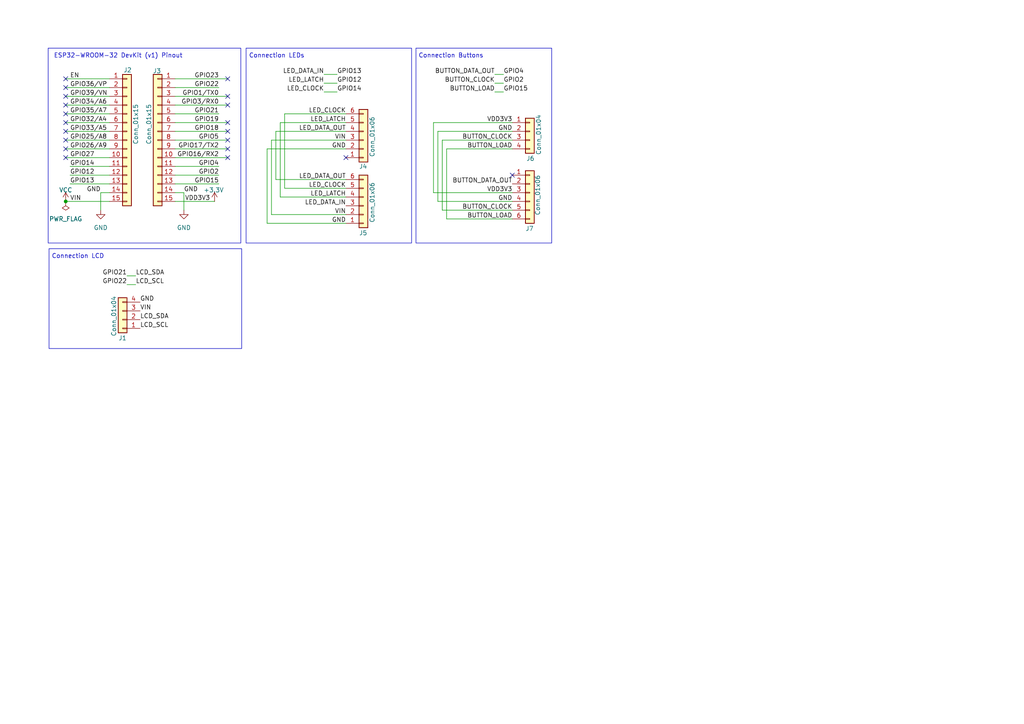
<source format=kicad_sch>
(kicad_sch (version 20231120) (generator "eeschema") (generator_version "8.0")
  (paper "A4")
  (lib_symbols
    (symbol "Connector_Generic:Conn_01x04" (pin_names (offset 1.016) hide)
      (property "Reference" "J" (at 0 5.08 0))
      (property "Value" "Conn_01x04" (at 0 -7.62 0))
      (symbol "Conn_01x04_1_1"
        (rectangle (start -1.27 -4.953) (end 0 -5.207) (stroke (width 0.1524)))
        (rectangle (start -1.27 -2.413) (end 0 -2.667) (stroke (width 0.1524)))
        (rectangle (start -1.27 0.127) (end 0 -0.127) (stroke (width 0.1524)))
        (rectangle (start -1.27 2.667) (end 0 2.413) (stroke (width 0.1524)))
        (rectangle (start -1.27 3.81) (end 1.27 -6.35) (stroke (width 0.254)) (fill (type background)))
        (pin passive line (at -5.08 2.54 0) (length 3.81) (name "Pin_1") (number "1"))
        (pin passive line (at -5.08 0 0) (length 3.81) (name "Pin_2") (number "2"))
        (pin passive line (at -5.08 -2.54 0) (length 3.81) (name "Pin_3") (number "3"))
        (pin passive line (at -5.08 -5.08 0) (length 3.81) (name "Pin_4") (number "4"))
      )
    )
    (symbol "Connector_Generic:Conn_01x06" (pin_names (offset 1.016) hide)
      (property "Reference" "J" (at 0 7.62 0))
      (property "Value" "Conn_01x06" (at 0 -10.16 0))
      (symbol "Conn_01x06_1_1"
        (rectangle (start -1.27 -7.493) (end 0 -7.747) (stroke (width 0.1524)))
        (rectangle (start -1.27 -4.953) (end 0 -5.207) (stroke (width 0.1524)))
        (rectangle (start -1.27 -2.413) (end 0 -2.667) (stroke (width 0.1524)))
        (rectangle (start -1.27 0.127) (end 0 -0.127) (stroke (width 0.1524)))
        (rectangle (start -1.27 2.667) (end 0 2.413) (stroke (width 0.1524)))
        (rectangle (start -1.27 5.207) (end 0 4.953) (stroke (width 0.1524)))
        (rectangle (start -1.27 6.35) (end 1.27 -8.89) (stroke (width 0.254)) (fill (type background)))
        (pin passive line (at -5.08 5.08 0) (length 3.81) (name "Pin_1") (number "1"))
        (pin passive line (at -5.08 2.54 0) (length 3.81) (name "Pin_2") (number "2"))
        (pin passive line (at -5.08 0 0) (length 3.81) (name "Pin_3") (number "3"))
        (pin passive line (at -5.08 -2.54 0) (length 3.81) (name "Pin_4") (number "4"))
        (pin passive line (at -5.08 -5.08 0) (length 3.81) (name "Pin_5") (number "5"))
        (pin passive line (at -5.08 -7.62 0) (length 3.81) (name "Pin_6") (number "6"))
      )
    )
    (symbol "Connector_Generic:Conn_01x15" (pin_names (offset 1.016) hide)
      (property "Reference" "J" (at 0 20.32 0))
      (property "Value" "Conn_01x15" (at 0 -20.32 0))
      (symbol "Conn_01x15_1_1"
        (rectangle (start -1.27 -17.653) (end 0 -17.907) (stroke (width 0.1524)))
        (rectangle (start -1.27 -15.113) (end 0 -15.367) (stroke (width 0.1524)))
        (rectangle (start -1.27 -12.573) (end 0 -12.827) (stroke (width 0.1524)))
        (rectangle (start -1.27 -10.033) (end 0 -10.287) (stroke (width 0.1524)))
        (rectangle (start -1.27 -7.493) (end 0 -7.747) (stroke (width 0.1524)))
        (rectangle (start -1.27 -4.953) (end 0 -5.207) (stroke (width 0.1524)))
        (rectangle (start -1.27 -2.413) (end 0 -2.667) (stroke (width 0.1524)))
        (rectangle (start -1.27 0.127) (end 0 -0.127) (stroke (width 0.1524)))
        (rectangle (start -1.27 2.667) (end 0 2.413) (stroke (width 0.1524)))
        (rectangle (start -1.27 5.207) (end 0 4.953) (stroke (width 0.1524)))
        (rectangle (start -1.27 7.747) (end 0 7.493) (stroke (width 0.1524)))
        (rectangle (start -1.27 10.287) (end 0 10.033) (stroke (width 0.1524)))
        (rectangle (start -1.27 12.827) (end 0 12.573) (stroke (width 0.1524)))
        (rectangle (start -1.27 15.367) (end 0 15.113) (stroke (width 0.1524)))
        (rectangle (start -1.27 17.907) (end 0 17.653) (stroke (width 0.1524)))
        (rectangle (start -1.27 19.05) (end 1.27 -19.05) (stroke (width 0.254)) (fill (type background)))
        (pin passive line (at -5.08 17.78 0) (length 3.81) (name "Pin_1") (number "1"))
        (pin passive line (at -5.08 -5.08 0) (length 3.81) (name "Pin_10") (number "10"))
        (pin passive line (at -5.08 -7.62 0) (length 3.81) (name "Pin_11") (number "11"))
        (pin passive line (at -5.08 -10.16 0) (length 3.81) (name "Pin_12") (number "12"))
        (pin passive line (at -5.08 -12.7 0) (length 3.81) (name "Pin_13") (number "13"))
        (pin passive line (at -5.08 -15.24 0) (length 3.81) (name "Pin_14") (number "14"))
        (pin passive line (at -5.08 -17.78 0) (length 3.81) (name "Pin_15") (number "15"))
        (pin passive line (at -5.08 15.24 0) (length 3.81) (name "Pin_2") (number "2"))
        (pin passive line (at -5.08 12.7 0) (length 3.81) (name "Pin_3") (number "3"))
        (pin passive line (at -5.08 10.16 0) (length 3.81) (name "Pin_4") (number "4"))
        (pin passive line (at -5.08 7.62 0) (length 3.81) (name "Pin_5") (number "5"))
        (pin passive line (at -5.08 5.08 0) (length 3.81) (name "Pin_6") (number "6"))
        (pin passive line (at -5.08 2.54 0) (length 3.81) (name "Pin_7") (number "7"))
        (pin passive line (at -5.08 0 0) (length 3.81) (name "Pin_8") (number "8"))
        (pin passive line (at -5.08 -2.54 0) (length 3.81) (name "Pin_9") (number "9"))
      )
    )
    (symbol "power:+3.3V" (power) (pin_numbers hide) (pin_names (offset 0) hide)
      (property "Value" "+3.3V" (at 0 3.556 0))
      (symbol "+3.3V_0_1"
        (polyline (pts (xy -0.762 1.27) (xy 0 2.54)))
        (polyline (pts (xy 0 0) (xy 0 2.54)))
        (polyline (pts (xy 0 2.54) (xy 0.762 1.27)))
      )
      (symbol "+3.3V_1_1"
        (pin power_in line (at 0 0 90) (length 0) (name "~") (number "1"))
      )
    )
    (symbol "power:GND" (power) (pin_names (offset 0))
      (property "Value" "GND" (at 0 -3.81 0))
      (symbol "GND_0_1"
        (polyline (pts (xy 0 0) (xy 0 -1.27) (xy 1.27 -1.27) (xy 0 -2.54) (xy -1.27 -1.27) (xy 0 -1.27)))
      )
      (symbol "GND_1_1"
        (pin power_in line (at 0 0 270) (length 0) hide (name "GND") (number "1"))
      )
    )
    (symbol "power:PWR_FLAG" (power) (pin_numbers hide) (pin_names (offset 0) hide)
      (property "Value" "PWR_FLAG" (at 0 3.81 0))
      (symbol "PWR_FLAG_0_0"
        (pin power_out line (at 0 0 90) (length 0) (name "~") (number "1"))
      )
      (symbol "PWR_FLAG_0_1"
        (polyline (pts (xy 0 0) (xy 0 1.27) (xy -1.016 1.905) (xy 0 2.54) (xy 1.016 1.905) (xy 0 1.27)))
      )
    )
    (symbol "power:VCC" (power) (pin_numbers hide) (pin_names (offset 0) hide)
      (property "Value" "VCC" (at 0 3.556 0))
      (symbol "VCC_0_1"
        (polyline (pts (xy -0.762 1.27) (xy 0 2.54)))
        (polyline (pts (xy 0 0) (xy 0 2.54)))
        (polyline (pts (xy 0 2.54) (xy 0.762 1.27)))
      )
      (symbol "VCC_1_1"
        (pin power_in line (at 0 0 90) (length 0) (name "~") (number "1"))
      )
    )
  )
  (junction (at 19.05 58.42))
  (no_connect (at 19.05 22.86))
  (no_connect (at 148.59 50.8))
  (no_connect (at 66.04 35.56))
  (no_connect (at 66.04 27.94))
  (no_connect (at 19.05 30.48))
  (no_connect (at 19.05 33.02))
  (no_connect (at 66.04 30.48))
  (no_connect (at 19.05 43.18))
  (no_connect (at 19.05 27.94))
  (no_connect (at 66.04 43.18))
  (no_connect (at 100.33 45.72))
  (no_connect (at 66.04 45.72))
  (no_connect (at 19.05 25.4))
  (no_connect (at 19.05 38.1))
  (no_connect (at 19.05 45.72))
  (no_connect (at 19.05 40.64))
  (no_connect (at 66.04 22.86))
  (no_connect (at 66.04 40.64))
  (no_connect (at 19.05 35.56))
  (no_connect (at 66.04 38.1))
  (wire (pts (xy 80.01 38.1) (xy 100.33 38.1)))
  (wire (pts (xy 148.59 38.1) (xy 127 38.1)))
  (wire (pts (xy 143.51 24.13) (xy 146.05 24.13)))
  (wire (pts (xy 77.47 64.77) (xy 100.33 64.77)))
  (wire (pts (xy 77.47 64.77) (xy 77.47 43.18)))
  (wire (pts (xy 148.59 55.88) (xy 125.73 55.88)))
  (wire (pts (xy 125.73 55.88) (xy 125.73 35.56)))
  (wire (pts (xy 129.54 43.18) (xy 129.54 63.5)))
  (wire (pts (xy 82.55 54.61) (xy 100.33 54.61)))
  (wire (pts (xy 20.32 50.8) (xy 31.75 50.8)))
  (wire (pts (xy 143.51 21.59) (xy 146.05 21.59)))
  (wire (pts (xy 77.47 43.18) (xy 100.33 43.18)))
  (wire (pts (xy 50.8 48.26) (xy 63.5 48.26)))
  (wire (pts (xy 19.05 43.18) (xy 31.75 43.18)))
  (wire (pts (xy 19.05 40.64) (xy 31.75 40.64)))
  (wire (pts (xy 36.83 80.01) (xy 39.37 80.01)))
  (wire (pts (xy 19.05 25.4) (xy 31.75 25.4)))
  (wire (pts (xy 19.05 38.1) (xy 31.75 38.1)))
  (wire (pts (xy 50.8 58.42) (xy 62.23 58.42)))
  (wire (pts (xy 78.74 40.64) (xy 78.74 62.23)))
  (wire (pts (xy 80.01 52.07) (xy 80.01 38.1)))
  (wire (pts (xy 19.05 30.48) (xy 31.75 30.48)))
  (wire (pts (xy 29.21 55.88) (xy 31.75 55.88)))
  (wire (pts (xy 50.8 25.4) (xy 63.5 25.4)))
  (wire (pts (xy 81.28 57.15) (xy 81.28 35.56)))
  (wire (pts (xy 148.59 40.64) (xy 128.27 40.64)))
  (wire (pts (xy 19.05 58.42) (xy 31.75 58.42)))
  (wire (pts (xy 50.8 22.86) (xy 66.04 22.86)))
  (wire (pts (xy 50.8 40.64) (xy 66.04 40.64)))
  (wire (pts (xy 19.05 35.56) (xy 31.75 35.56)))
  (wire (pts (xy 93.98 24.13) (xy 97.79 24.13)))
  (wire (pts (xy 125.73 35.56) (xy 148.59 35.56)))
  (wire (pts (xy 19.05 45.72) (xy 31.75 45.72)))
  (wire (pts (xy 78.74 40.64) (xy 100.33 40.64)))
  (wire (pts (xy 53.34 60.96) (xy 53.34 55.88)))
  (wire (pts (xy 128.27 60.96) (xy 148.59 60.96)))
  (wire (pts (xy 93.98 21.59) (xy 97.79 21.59)))
  (wire (pts (xy 82.55 33.02) (xy 100.33 33.02)))
  (wire (pts (xy 19.05 27.94) (xy 31.75 27.94)))
  (wire (pts (xy 81.28 35.56) (xy 100.33 35.56)))
  (wire (pts (xy 50.8 33.02) (xy 63.5 33.02)))
  (wire (pts (xy 50.8 50.8) (xy 63.5 50.8)))
  (wire (pts (xy 50.8 43.18) (xy 66.04 43.18)))
  (wire (pts (xy 50.8 53.34) (xy 63.5 53.34)))
  (wire (pts (xy 143.51 26.67) (xy 146.05 26.67)))
  (wire (pts (xy 50.8 45.72) (xy 66.04 45.72)))
  (wire (pts (xy 19.05 22.86) (xy 31.75 22.86)))
  (wire (pts (xy 128.27 40.64) (xy 128.27 60.96)))
  (wire (pts (xy 129.54 63.5) (xy 148.59 63.5)))
  (wire (pts (xy 81.28 57.15) (xy 100.33 57.15)))
  (wire (pts (xy 148.59 43.18) (xy 129.54 43.18)))
  (wire (pts (xy 50.8 38.1) (xy 66.04 38.1)))
  (wire (pts (xy 80.01 52.07) (xy 100.33 52.07)))
  (wire (pts (xy 50.8 27.94) (xy 66.04 27.94)))
  (wire (pts (xy 82.55 33.02) (xy 82.55 54.61)))
  (wire (pts (xy 20.32 53.34) (xy 31.75 53.34)))
  (wire (pts (xy 50.8 30.48) (xy 66.04 30.48)))
  (wire (pts (xy 50.8 35.56) (xy 66.04 35.56)))
  (wire (pts (xy 127 38.1) (xy 127 58.42)))
  (wire (pts (xy 36.83 82.55) (xy 39.37 82.55)))
  (wire (pts (xy 50.8 55.88) (xy 53.34 55.88)))
  (wire (pts (xy 29.21 55.88) (xy 29.21 60.96)))
  (wire (pts (xy 93.98 26.67) (xy 97.79 26.67)))
  (wire (pts (xy 78.74 62.23) (xy 100.33 62.23)))
  (wire (pts (xy 127 58.42) (xy 148.59 58.42)))
  (wire (pts (xy 19.05 33.02) (xy 31.75 33.02)))
  (wire (pts (xy 20.32 48.26) (xy 31.75 48.26)))
  (rectangle (start 14.224 72.136) (end 70.104 101.092))
  (rectangle (start 120.65 13.97) (end 160.02 70.485))
  (rectangle (start 71.374 13.97) (end 119.38 70.485))
  (rectangle (start 13.97 13.97) (end 69.85 70.485))
  (text "Connection LEDs" (at 80.264 16.256 0) (effects (font (size 1.27 1.27))))
  (text "Connection Buttons" (at 130.81 16.256 0) (effects (font (size 1.27 1.27))))
  (text "Connection LCD" (at 22.606 74.422 0) (effects (font (size 1.27 1.27))))
  (text "ESP32-WROOM-32 DevKit (v1) Pinout" (at 34.29 16.256 0) (effects (font (size 1.27 1.27))))
  (label "GPIO15" (at 63.5 53.34 180))
  (label "BUTTON_CLOCK" (at 143.51 24.13 180))
  (label "GPIO26{slash}A9" (at 20.32 43.18 0))
  (label "GND" (at 148.59 58.42 180))
  (label "GPIO4" (at 146.05 21.59 0))
  (label "GND" (at 29.21 55.88 180))
  (label "BUTTON_LOAD" (at 148.59 63.5 180))
  (label "GPIO21" (at 36.83 80.01 180))
  (label "GPIO5" (at 63.5 40.64 180))
  (label "LED_CLOCK" (at 100.33 33.02 180))
  (label "LED_LATCH" (at 93.98 24.13 180))
  (label "GPIO33{slash}A5" (at 20.32 38.1 0))
  (label "GND" (at 53.34 55.88 0))
  (label "BUTTON_DATA_OUT" (at 143.51 21.59 180))
  (label "LCD_SCL" (at 39.37 82.55 0))
  (label "VIN" (at 20.32 58.42 0))
  (label "VIN" (at 100.33 62.23 180))
  (label "GPIO4" (at 63.5 48.26 180))
  (label "EN" (at 20.32 22.86 0))
  (label "VIN" (at 40.64 90.17 0))
  (label "VIN" (at 100.33 40.64 180))
  (label "LCD_SDA" (at 39.37 80.01 0))
  (label "GPIO35{slash}A7" (at 20.32 33.02 0))
  (label "GND" (at 148.59 38.1 180))
  (label "GPIO2" (at 63.5 50.8 180))
  (label "GPIO34{slash}A6" (at 20.32 30.48 0))
  (label "VDD3V3" (at 148.59 35.56 180))
  (label "GPIO21" (at 63.5 33.02 180))
  (label "BUTTON_DATA_OUT" (at 148.59 53.34 180))
  (label "GPIO25{slash}A8" (at 20.32 40.64 0))
  (label "BUTTON_CLOCK" (at 148.59 60.96 180))
  (label "GPIO32{slash}A4" (at 20.32 35.56 0))
  (label "GPIO17{slash}TX2" (at 63.5 43.18 180))
  (label "LED_CLOCK" (at 100.33 54.61 180))
  (label "LED_DATA_IN" (at 100.33 59.69 180))
  (label "LCD_SDA" (at 40.64 92.71 0))
  (label "GPIO3{slash}RX0" (at 63.5 30.48 180))
  (label "GPIO12" (at 20.32 50.8 0))
  (label "GND" (at 100.33 64.77 180))
  (label "GPIO22" (at 63.5 25.4 180))
  (label "GND" (at 40.64 87.63 0))
  (label "GPIO39{slash}VN" (at 20.32 27.94 0))
  (label "GPIO14" (at 20.32 48.26 0))
  (label "LED_LATCH" (at 100.33 35.56 180))
  (label "LED_DATA_OUT" (at 100.33 52.07 180))
  (label "LCD_SCL" (at 40.64 95.25 0))
  (label "BUTTON_CLOCK" (at 148.59 40.64 180))
  (label "GND" (at 100.33 43.18 180))
  (label "GPIO23" (at 63.5 22.86 180))
  (label "GPIO18" (at 63.5 38.1 180))
  (label "GPIO12" (at 97.79 24.13 0))
  (label "GPIO27" (at 20.32 45.72 0))
  (label "GPIO14" (at 97.79 26.67 0))
  (label "LED_CLOCK" (at 93.98 26.67 180))
  (label "VDD3V3" (at 148.59 55.88 180))
  (label "BUTTON_LOAD" (at 148.59 43.18 180))
  (label "GPIO22" (at 36.83 82.55 180))
  (label "GPIO19" (at 63.5 35.56 180))
  (label "VDD3V3" (at 60.96 58.42 180))
  (label "GPIO13" (at 20.32 53.34 0))
  (label "GPIO2" (at 146.05 24.13 0))
  (label "GPIO15" (at 146.05 26.67 0))
  (label "LED_DATA_IN" (at 93.98 21.59 180))
  (label "BUTTON_LOAD" (at 143.51 26.67 180))
  (label "LED_LATCH" (at 100.33 57.15 180))
  (label "GPIO13" (at 97.79 21.59 0))
  (label "LED_DATA_OUT" (at 100.33 38.1 180))
  (label "GPIO1{slash}TX0" (at 63.5 27.94 180))
  (label "GPIO16{slash}RX2" (at 63.5 45.72 180))
  (label "GPIO36{slash}VP" (at 20.32 25.4 0))
  (symbol (lib_id "power:+3.3V") (at 62.23 58.42 0) (unit 1)
    (property "Reference" "#PWR04" (effects (hide yes)))
    (property "Value" "+3.3V" (at 61.976 55.118 0))
    (property "Description" "Power symbol creates a global label with name \"+3.3V\"" (effects (hide yes)))
  )
  (symbol (lib_id "Connector_Generic:Conn_01x06") (at 105.41 40.64 0) (mirror x) (unit 1)
    (property "Reference" "J4" (at 104.14 48.26 0) (effects (justify left)))
    (property "Value" "Conn_01x06" (at 107.95 33.782 90) (effects (justify left)))
    (property "Footprint" "Connector_PinHeader_2.54mm:PinHeader_1x06_P2.54mm_Vertical" (effects (hide yes)))
    (property "Description" "Generic connector, single row, 01x06, script generated (kicad-library-utils/schlib/autogen/connector/)" (effects (hide yes)))
  )
  (symbol (lib_id "Connector_Generic:Conn_01x15") (at 45.72 40.64 0) (mirror y) (unit 1)
    (property "Reference" "J3" (at 46.736 20.574 0) (effects (justify left)))
    (property "Value" "Conn_01x15" (at 43.18 41.9099 90) (effects (justify left)))
    (property "Footprint" "Connector_PinSocket_2.54mm:PinSocket_1x15_P2.54mm_Vertical" (effects (hide yes)))
    (property "Description" "Generic connector, single row, 01x15, script generated (kicad-library-utils/schlib/autogen/connector/)" (effects (hide yes)))
  )
  (symbol (lib_id "Connector_Generic:Conn_01x04") (at 35.56 92.71 180) (unit 1)
    (property "Reference" "J1" (at 35.56 98.044 0))
    (property "Value" "Conn_01x04" (at 33.02 91.694 90))
    (property "Footprint" "Connector_PinHeader_2.54mm:PinHeader_1x04_P2.54mm_Vertical" (effects (hide yes)))
    (property "Description" "Generic connector, single row, 01x04, script generated (kicad-library-utils/schlib/autogen/connector/)" (effects (hide yes)))
  )
  (symbol (lib_id "Connector_Generic:Conn_01x06") (at 105.41 59.69 0) (mirror x) (unit 1)
    (property "Reference" "J5" (at 104.14 67.564 0) (effects (justify left)))
    (property "Value" "Conn_01x06" (at 107.95 52.832 90) (effects (justify left)))
    (property "Footprint" "Connector_PinHeader_2.54mm:PinHeader_1x06_P2.54mm_Vertical" (effects (hide yes)))
    (property "Description" "Generic connector, single row, 01x06, script generated (kicad-library-utils/schlib/autogen/connector/)" (effects (hide yes)))
  )
  (symbol (lib_id "Connector_Generic:Conn_01x04") (at 153.67 38.1 0) (unit 1)
    (property "Reference" "J6" (at 152.654 45.974 0) (effects (justify left)))
    (property "Value" "Conn_01x04" (at 156.21 44.958 90) (effects (justify left)))
    (property "Footprint" "Connector_PinHeader_2.54mm:PinHeader_1x04_P2.54mm_Vertical" (effects (hide yes)))
    (property "Description" "Generic connector, single row, 01x04, script generated (kicad-library-utils/schlib/autogen/connector/)" (effects (hide yes)))
  )
  (symbol (lib_id "power:GND") (at 53.34 60.96 0) (unit 1)
    (property "Reference" "#PWR03" (effects (hide yes)))
    (property "Value" "GND" (at 53.34 66.04 0))
  )
  (symbol (lib_id "Connector_Generic:Conn_01x06") (at 153.67 55.88 0) (unit 1)
    (property "Reference" "J7" (at 152.4 66.294 0) (effects (justify left)))
    (property "Value" "Conn_01x06" (at 155.956 62.484 90) (effects (justify left)))
    (property "Footprint" "Connector_PinHeader_2.54mm:PinHeader_1x06_P2.54mm_Vertical" (effects (hide yes)))
    (property "Description" "Generic connector, single row, 01x06, script generated (kicad-library-utils/schlib/autogen/connector/)" (effects (hide yes)))
  )
  (symbol (lib_id "Connector_Generic:Conn_01x15") (at 36.83 40.64 0) (unit 1)
    (property "Reference" "J2" (at 35.814 20.32 0) (effects (justify left)))
    (property "Value" "Conn_01x15" (at 39.37 41.9099 90) (effects (justify left)))
    (property "Footprint" "Connector_PinSocket_2.54mm:PinSocket_1x15_P2.54mm_Vertical" (effects (hide yes)))
    (property "Description" "Generic connector, single row, 01x15, script generated (kicad-library-utils/schlib/autogen/connector/)" (effects (hide yes)))
  )
  (symbol (lib_id "power:VCC") (at 19.05 58.42 0) (unit 1)
    (property "Reference" "#PWR01" (effects (hide yes)))
    (property "Value" "VCC" (at 19.05 55.118 0))
    (property "Description" "Power symbol creates a global label with name \"VCC\"" (effects (hide yes)))
  )
  (symbol (lib_id "power:GND") (at 29.21 60.96 0) (unit 1)
    (property "Reference" "#PWR02" (effects (hide yes)))
    (property "Value" "GND" (at 29.21 66.04 0))
  )
  (symbol (lib_id "power:PWR_FLAG") (at 19.05 58.42 0) (mirror x) (unit 1)
    (property "Reference" "#FLG01" (effects (hide yes)))
    (property "Value" "PWR_FLAG" (at 19.05 63.5 0))
    (property "Description" "Special symbol for telling ERC where power comes from" (effects (hide yes)))
  )
)
</source>
